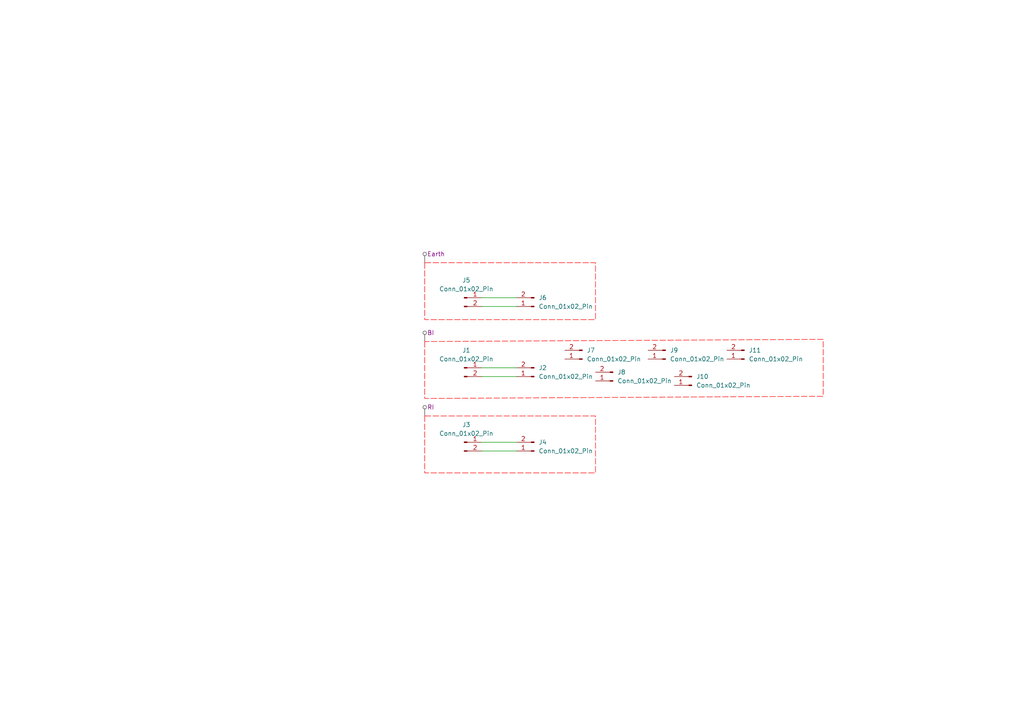
<source format=kicad_sch>
(kicad_sch (version 20250114) (generator "eeschema") (generator_version "9.0")
  (paper "A4")
  (lib_symbols
    (symbol "Connector:Conn_01x02_Pin" (pin_names (offset 1.016) (hide yes))
      (property "Reference" "J" (at 0 2.54 0))
      (property "Value" "Conn_01x02_Pin" (at 0 -5.08 0))
      (symbol "Conn_01x02_Pin_1_1"
        (rectangle (start 0.8636 0.127) (end 0 -0.127) (stroke (width 0.1524)) (fill (type outline)))
        (rectangle (start 0.8636 -2.413) (end 0 -2.667) (stroke (width 0.1524)) (fill (type outline)))
        (polyline (pts (xy 1.27 0) (xy 0.8636 0)) (stroke (width 0.1524)))
        (polyline (pts (xy 1.27 -2.54) (xy 0.8636 -2.54)) (stroke (width 0.1524)))
        (pin passive line (at 5.08 0 180) (length 3.81) (name "Pin_1") (number "1"))
        (pin passive line (at 5.08 -2.54 180) (length 3.81) (name "Pin_2") (number "2"))
      )
    )
  )
  (wire (pts (xy 139.7 128.27) (xy 149.86 128.27)))
  (wire (pts (xy 149.86 109.22) (xy 139.7 109.22)))
  (wire (pts (xy 149.86 88.9) (xy 139.7 88.9)))
  (wire (pts (xy 139.7 106.68) (xy 149.86 106.68)))
  (wire (pts (xy 139.7 86.36) (xy 149.86 86.36)))
  (wire (pts (xy 149.86 130.81) (xy 139.7 130.81)))
  (rule_area (polyline (pts (xy 123.19 76.2) (xy 123.19 92.71) (xy 172.72 92.71) (xy 172.72 76.2)) (stroke (width 0) (type dash))))
  (rule_area (polyline (pts (xy 123.19 120.65) (xy 123.19 137.16) (xy 172.72 137.16) (xy 172.72 120.65)) (stroke (width 0) (type dash))))
  (rule_area (polyline (pts (xy 123.19 99.06) (xy 123.19 115.57) (xy 238.76 114.935) (xy 238.76 98.425)) (stroke (width 0) (type dash))))
  (netclass_flag "" (length 2.54) (shape round) (at 123.19 120.65 0) (property "Netclass" "RI" (at 123.8885 118.11 0) (effects (justify left))))
  (netclass_flag "" (length 2.54) (shape round) (at 123.19 99.06 0) (property "Netclass" "BI" (at 123.8885 96.52 0) (effects (justify left))))
  (netclass_flag "" (length 2.54) (shape round) (at 123.19 76.2 0) (property "Netclass" "Earth" (at 123.8885 73.66 0) (effects (justify left))))
  (symbol (lib_id "Connector:Conn_01x02_Pin") (at 134.62 106.68 0) (unit 1)
    (property "Reference" "J1" (at 135.255 101.6 0))
    (property "Value" "Conn_01x02_Pin" (at 135.255 104.14 0))
    (property "Footprint" "Connector_PinHeader_2.54mm:PinHeader_1x02_P2.54mm_Vertical" (effects (hide yes)))
    (property "Description" "Generic connector, single row, 01x02, script generated" (effects (hide yes)))
  )
  (symbol (lib_id "Connector:Conn_01x02_Pin") (at 154.94 88.9 180) (unit 1)
    (property "Reference" "J6" (at 156.21 86.3599 0) (effects (justify right)))
    (property "Value" "Conn_01x02_Pin" (at 156.21 88.8999 0) (effects (justify right)))
    (property "Footprint" "Connector_PinHeader_2.54mm:PinHeader_1x02_P2.54mm_Vertical" (effects (hide yes)))
    (property "Description" "Generic connector, single row, 01x02, script generated" (effects (hide yes)))
  )
  (symbol (lib_id "Connector:Conn_01x02_Pin") (at 154.94 109.22 180) (unit 1)
    (property "Reference" "J2" (at 156.21 106.6799 0) (effects (justify right)))
    (property "Value" "Conn_01x02_Pin" (at 156.21 109.2199 0) (effects (justify right)))
    (property "Footprint" "Connector_PinHeader_2.54mm:PinHeader_1x02_P2.54mm_Vertical" (effects (hide yes)))
    (property "Description" "Generic connector, single row, 01x02, script generated" (effects (hide yes)))
  )
  (symbol (lib_id "Connector:Conn_01x02_Pin") (at 134.62 86.36 0) (unit 1)
    (property "Reference" "J5" (at 135.255 81.28 0))
    (property "Value" "Conn_01x02_Pin" (at 135.255 83.82 0))
    (property "Footprint" "Connector_PinHeader_2.54mm:PinHeader_1x02_P2.54mm_Vertical" (effects (hide yes)))
    (property "Description" "Generic connector, single row, 01x02, script generated" (effects (hide yes)))
  )
  (symbol (lib_id "Connector:Conn_01x02_Pin") (at 168.91 104.14 180) (unit 1)
    (property "Reference" "J7" (at 170.18 101.5999 0) (effects (justify right)))
    (property "Value" "Conn_01x02_Pin" (at 170.18 104.1399 0) (effects (justify right)))
    (property "Footprint" "Connector_PinHeader_2.54mm:PinHeader_1x02_P2.54mm_Vertical" (effects (hide yes)))
    (property "Description" "Generic connector, single row, 01x02, script generated" (effects (hide yes)))
  )
  (symbol (lib_id "Connector:Conn_01x02_Pin") (at 215.9 104.14 180) (unit 1)
    (property "Reference" "J11" (at 217.17 101.5999 0) (effects (justify right)))
    (property "Value" "Conn_01x02_Pin" (at 217.17 104.1399 0) (effects (justify right)))
    (property "Footprint" "Connector_PinHeader_2.54mm:PinHeader_1x02_P2.54mm_Vertical" (effects (hide yes)))
    (property "Description" "Generic connector, single row, 01x02, script generated" (effects (hide yes)))
  )
  (symbol (lib_id "Connector:Conn_01x02_Pin") (at 134.62 128.27 0) (unit 1)
    (property "Reference" "J3" (at 135.255 123.19 0))
    (property "Value" "Conn_01x02_Pin" (at 135.255 125.73 0))
    (property "Footprint" "Connector_PinHeader_2.54mm:PinHeader_1x02_P2.54mm_Vertical" (effects (hide yes)))
    (property "Description" "Generic connector, single row, 01x02, script generated" (effects (hide yes)))
  )
  (symbol (lib_id "Connector:Conn_01x02_Pin") (at 177.8 110.49 180) (unit 1)
    (property "Reference" "J8" (at 179.07 107.9499 0) (effects (justify right)))
    (property "Value" "Conn_01x02_Pin" (at 179.07 110.4899 0) (effects (justify right)))
    (property "Footprint" "Connector_PinHeader_2.54mm:PinHeader_1x02_P2.54mm_Vertical" (effects (hide yes)))
    (property "Description" "Generic connector, single row, 01x02, script generated" (effects (hide yes)))
  )
  (symbol (lib_id "Connector:Conn_01x02_Pin") (at 200.66 111.76 180) (unit 1)
    (property "Reference" "J10" (at 201.93 109.2199 0) (effects (justify right)))
    (property "Value" "Conn_01x02_Pin" (at 201.93 111.7599 0) (effects (justify right)))
    (property "Footprint" "Connector_PinHeader_2.54mm:PinHeader_1x02_P2.54mm_Vertical" (effects (hide yes)))
    (property "Description" "Generic connector, single row, 01x02, script generated" (effects (hide yes)))
  )
  (symbol (lib_id "Connector:Conn_01x02_Pin") (at 154.94 130.81 180) (unit 1)
    (property "Reference" "J4" (at 156.21 128.2699 0) (effects (justify right)))
    (property "Value" "Conn_01x02_Pin" (at 156.21 130.8099 0) (effects (justify right)))
    (property "Footprint" "Connector_PinHeader_2.54mm:PinHeader_1x02_P2.54mm_Vertical" (effects (hide yes)))
    (property "Description" "Generic connector, single row, 01x02, script generated" (effects (hide yes)))
  )
  (symbol (lib_id "Connector:Conn_01x02_Pin") (at 193.04 104.14 180) (unit 1)
    (property "Reference" "J9" (at 194.31 101.5999 0) (effects (justify right)))
    (property "Value" "Conn_01x02_Pin" (at 194.31 104.1399 0) (effects (justify right)))
    (property "Footprint" "Connector_PinHeader_2.54mm:PinHeader_1x02_P2.54mm_Vertical" (effects (hide yes)))
    (property "Description" "Generic connector, single row, 01x02, script generated" (effects (hide yes)))
  )
)
</source>
